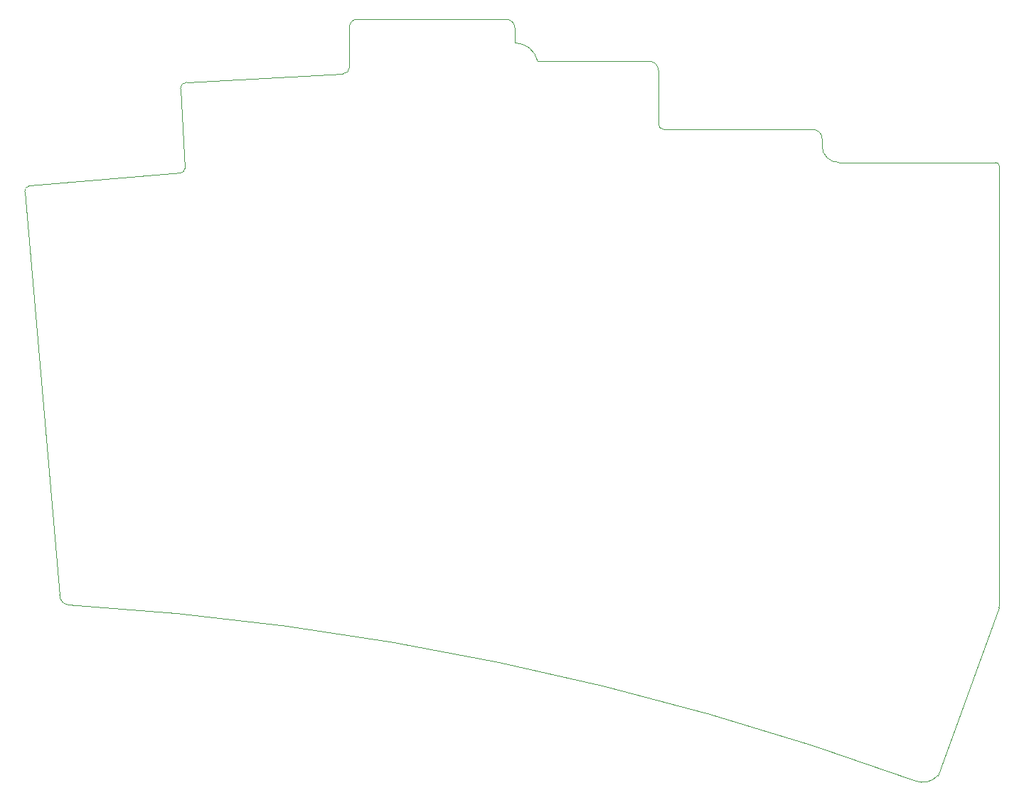
<source format=gbr>
%TF.GenerationSoftware,KiCad,Pcbnew,8.0.3*%
%TF.CreationDate,2024-06-27T17:01:22-04:00*%
%TF.ProjectId,reversiblepurringcat,72657665-7273-4696-926c-657075727269,rev?*%
%TF.SameCoordinates,Original*%
%TF.FileFunction,Profile,NP*%
%FSLAX46Y46*%
G04 Gerber Fmt 4.6, Leading zero omitted, Abs format (unit mm)*
G04 Created by KiCad (PCBNEW 8.0.3) date 2024-06-27 17:01:22*
%MOMM*%
%LPD*%
G01*
G04 APERTURE LIST*
%TA.AperFunction,Profile*%
%ADD10C,0.050000*%
%TD*%
G04 APERTURE END LIST*
D10*
X226585260Y-33500000D02*
X226589732Y-32594929D01*
X240367296Y-108493025D02*
G75*
G02*
X237642146Y-109108257I-1782996J1554625D01*
G01*
X228589650Y-35425878D02*
G75*
G02*
X226585222Y-33500001I-9850J1995778D01*
G01*
X225517635Y-31503068D02*
G75*
G02*
X226589731Y-32594929I-9835J-1081932D01*
G01*
X192734972Y-23377939D02*
X206032621Y-23371741D01*
X188963821Y-18367941D02*
G75*
G02*
X190030765Y-19453833I-9821J-1076759D01*
G01*
X206032621Y-23371741D02*
G75*
G02*
X207099579Y-24432233I-9821J-1076859D01*
G01*
X228589650Y-35425878D02*
X247263349Y-35426534D01*
X170314986Y-19305572D02*
G75*
G02*
X171254786Y-18361595I943914J72D01*
G01*
X131644235Y-38933077D02*
G75*
G02*
X132267657Y-38190150I683265J59677D01*
G01*
X137014290Y-88177118D02*
G75*
G02*
X237641326Y-109110505I-21805620J-357144232D01*
G01*
X247640877Y-88500363D02*
X240367296Y-108493025D01*
X170314986Y-19305572D02*
X170325003Y-24094244D01*
X247263349Y-35428980D02*
G75*
G02*
X247689858Y-35849712I5651J-420820D01*
G01*
X150258869Y-36684080D02*
X132267654Y-38190116D01*
X247689817Y-35849712D02*
X247691677Y-88246363D01*
X225517635Y-31503068D02*
X207752579Y-31493649D01*
X207117579Y-30858649D02*
X207099601Y-24432233D01*
X170325003Y-24094244D02*
G75*
G02*
X169563003Y-24856303I-762103J44D01*
G01*
X137014290Y-88177117D02*
G75*
G02*
X135820483Y-86983317I10J1193817D01*
G01*
X169563003Y-24856244D02*
X150945799Y-25867063D01*
X150709158Y-36163380D02*
G75*
G02*
X150258874Y-36684121I-507958J-15820D01*
G01*
X131644235Y-38933077D02*
X135820490Y-86983317D01*
X207752579Y-31493649D02*
G75*
G02*
X207117651Y-30858649I21J634949D01*
G01*
X150183799Y-26654463D02*
X150709158Y-36163380D01*
X150183799Y-26654463D02*
G75*
G02*
X150945798Y-25867022I787801J63D01*
G01*
X190030801Y-21181033D02*
G75*
G02*
X192734946Y-23377945I-25401J-2793967D01*
G01*
X247691677Y-88246363D02*
G75*
G02*
X247640888Y-88500368I-660877J63D01*
G01*
X188963821Y-18367941D02*
X171254786Y-18361633D01*
X190030801Y-21181033D02*
X190030801Y-19453833D01*
M02*

</source>
